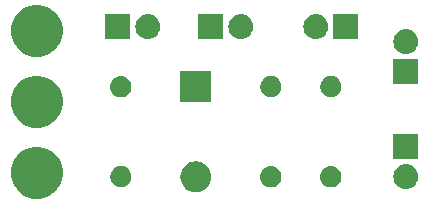
<source format=gbr>
%TF.GenerationSoftware,KiCad,Pcbnew,5.0.1-33cea8e~68~ubuntu16.04.1*%
%TF.CreationDate,2018-12-14T10:51:57+01:00*%
%TF.ProjectId,EVSE-Car-Simulator,455653452D4361722D53696D756C6174,rev?*%
%TF.SameCoordinates,Original*%
%TF.FileFunction,Soldermask,Bot*%
%TF.FilePolarity,Negative*%
%FSLAX46Y46*%
G04 Gerber Fmt 4.6, Leading zero omitted, Abs format (unit mm)*
G04 Created by KiCad (PCBNEW 5.0.1-33cea8e~68~ubuntu16.04.1) date Fr 14 Dez 2018 10:51:57 CET*
%MOMM*%
%LPD*%
G01*
G04 APERTURE LIST*
%ADD10C,0.100000*%
G04 APERTURE END LIST*
D10*
G36*
X128149716Y-106754544D02*
X128550090Y-106920384D01*
X128910421Y-107161150D01*
X129216850Y-107467579D01*
X129457616Y-107827910D01*
X129623456Y-108228284D01*
X129708000Y-108653317D01*
X129708000Y-109086683D01*
X129623456Y-109511716D01*
X129457616Y-109912090D01*
X129216850Y-110272421D01*
X128910421Y-110578850D01*
X128550090Y-110819616D01*
X128149716Y-110985456D01*
X127724683Y-111070000D01*
X127291317Y-111070000D01*
X126866284Y-110985456D01*
X126465910Y-110819616D01*
X126105579Y-110578850D01*
X125799150Y-110272421D01*
X125558384Y-109912090D01*
X125392544Y-109511716D01*
X125308000Y-109086683D01*
X125308000Y-108653317D01*
X125392544Y-108228284D01*
X125558384Y-107827910D01*
X125799150Y-107467579D01*
X126105579Y-107161150D01*
X126465910Y-106920384D01*
X126866284Y-106754544D01*
X127291317Y-106670000D01*
X127724683Y-106670000D01*
X128149716Y-106754544D01*
X128149716Y-106754544D01*
G37*
G36*
X141224845Y-107938810D02*
X141469896Y-108013145D01*
X141695736Y-108133860D01*
X141893687Y-108296313D01*
X142056140Y-108494264D01*
X142176855Y-108720104D01*
X142251190Y-108965155D01*
X142276290Y-109220000D01*
X142251190Y-109474845D01*
X142176855Y-109719896D01*
X142056140Y-109945736D01*
X141893687Y-110143687D01*
X141695736Y-110306140D01*
X141469896Y-110426855D01*
X141224845Y-110501190D01*
X141033864Y-110520000D01*
X140906136Y-110520000D01*
X140715155Y-110501190D01*
X140470104Y-110426855D01*
X140244264Y-110306140D01*
X140046313Y-110143687D01*
X139883860Y-109945736D01*
X139763145Y-109719896D01*
X139688810Y-109474845D01*
X139663710Y-109220000D01*
X139688810Y-108965155D01*
X139763145Y-108720104D01*
X139883860Y-108494264D01*
X140046313Y-108296313D01*
X140244264Y-108133860D01*
X140470104Y-108013145D01*
X140715155Y-107938810D01*
X140906136Y-107920000D01*
X141033864Y-107920000D01*
X141224845Y-107938810D01*
X141224845Y-107938810D01*
G37*
G36*
X158878707Y-108177597D02*
X158955836Y-108185193D01*
X159087787Y-108225220D01*
X159153763Y-108245233D01*
X159336172Y-108342733D01*
X159496054Y-108473946D01*
X159627267Y-108633828D01*
X159724767Y-108816237D01*
X159724767Y-108816238D01*
X159784807Y-109014164D01*
X159805080Y-109220000D01*
X159784807Y-109425836D01*
X159744780Y-109557787D01*
X159724767Y-109623763D01*
X159627267Y-109806172D01*
X159496054Y-109966054D01*
X159336172Y-110097267D01*
X159153763Y-110194767D01*
X159087787Y-110214780D01*
X158955836Y-110254807D01*
X158878707Y-110262404D01*
X158801580Y-110270000D01*
X158698420Y-110270000D01*
X158621293Y-110262404D01*
X158544164Y-110254807D01*
X158412213Y-110214780D01*
X158346237Y-110194767D01*
X158163828Y-110097267D01*
X158003946Y-109966054D01*
X157872733Y-109806172D01*
X157775233Y-109623763D01*
X157755220Y-109557787D01*
X157715193Y-109425836D01*
X157694920Y-109220000D01*
X157715193Y-109014164D01*
X157775233Y-108816238D01*
X157775233Y-108816237D01*
X157872733Y-108633828D01*
X158003946Y-108473946D01*
X158163828Y-108342733D01*
X158346237Y-108245233D01*
X158412213Y-108225220D01*
X158544164Y-108185193D01*
X158621293Y-108177597D01*
X158698420Y-108170000D01*
X158801580Y-108170000D01*
X158878707Y-108177597D01*
X158878707Y-108177597D01*
G37*
G36*
X152576432Y-108333022D02*
X152746081Y-108384485D01*
X152902433Y-108468056D01*
X153039475Y-108580525D01*
X153151944Y-108717567D01*
X153235515Y-108873919D01*
X153286978Y-109043568D01*
X153304354Y-109220000D01*
X153286978Y-109396432D01*
X153235515Y-109566081D01*
X153151944Y-109722433D01*
X153039475Y-109859475D01*
X152902433Y-109971944D01*
X152746081Y-110055515D01*
X152576432Y-110106978D01*
X152444211Y-110120000D01*
X152355789Y-110120000D01*
X152223568Y-110106978D01*
X152053919Y-110055515D01*
X151897567Y-109971944D01*
X151760525Y-109859475D01*
X151648056Y-109722433D01*
X151564485Y-109566081D01*
X151513022Y-109396432D01*
X151495646Y-109220000D01*
X151513022Y-109043568D01*
X151564485Y-108873919D01*
X151648056Y-108717567D01*
X151760525Y-108580525D01*
X151897567Y-108468056D01*
X152053919Y-108384485D01*
X152223568Y-108333022D01*
X152355789Y-108320000D01*
X152444211Y-108320000D01*
X152576432Y-108333022D01*
X152576432Y-108333022D01*
G37*
G36*
X147496432Y-108333022D02*
X147666081Y-108384485D01*
X147822433Y-108468056D01*
X147959475Y-108580525D01*
X148071944Y-108717567D01*
X148155515Y-108873919D01*
X148206978Y-109043568D01*
X148224354Y-109220000D01*
X148206978Y-109396432D01*
X148155515Y-109566081D01*
X148071944Y-109722433D01*
X147959475Y-109859475D01*
X147822433Y-109971944D01*
X147666081Y-110055515D01*
X147496432Y-110106978D01*
X147364211Y-110120000D01*
X147275789Y-110120000D01*
X147143568Y-110106978D01*
X146973919Y-110055515D01*
X146817567Y-109971944D01*
X146680525Y-109859475D01*
X146568056Y-109722433D01*
X146484485Y-109566081D01*
X146433022Y-109396432D01*
X146415646Y-109220000D01*
X146433022Y-109043568D01*
X146484485Y-108873919D01*
X146568056Y-108717567D01*
X146680525Y-108580525D01*
X146817567Y-108468056D01*
X146973919Y-108384485D01*
X147143568Y-108333022D01*
X147275789Y-108320000D01*
X147364211Y-108320000D01*
X147496432Y-108333022D01*
X147496432Y-108333022D01*
G37*
G36*
X134882521Y-108354586D02*
X135046309Y-108422429D01*
X135193720Y-108520926D01*
X135319074Y-108646280D01*
X135417571Y-108793691D01*
X135485414Y-108957479D01*
X135520000Y-109131356D01*
X135520000Y-109308644D01*
X135485414Y-109482521D01*
X135417571Y-109646309D01*
X135319074Y-109793720D01*
X135193720Y-109919074D01*
X135046309Y-110017571D01*
X134882521Y-110085414D01*
X134708644Y-110120000D01*
X134531356Y-110120000D01*
X134357479Y-110085414D01*
X134193691Y-110017571D01*
X134046280Y-109919074D01*
X133920926Y-109793720D01*
X133822429Y-109646309D01*
X133754586Y-109482521D01*
X133720000Y-109308644D01*
X133720000Y-109131356D01*
X133754586Y-108957479D01*
X133822429Y-108793691D01*
X133920926Y-108646280D01*
X134046280Y-108520926D01*
X134193691Y-108422429D01*
X134357479Y-108354586D01*
X134531356Y-108320000D01*
X134708644Y-108320000D01*
X134882521Y-108354586D01*
X134882521Y-108354586D01*
G37*
G36*
X159800000Y-107730000D02*
X157700000Y-107730000D01*
X157700000Y-105630000D01*
X159800000Y-105630000D01*
X159800000Y-107730000D01*
X159800000Y-107730000D01*
G37*
G36*
X128149716Y-100754544D02*
X128550090Y-100920384D01*
X128910421Y-101161150D01*
X129216850Y-101467579D01*
X129457616Y-101827910D01*
X129623456Y-102228284D01*
X129708000Y-102653317D01*
X129708000Y-103086683D01*
X129623456Y-103511716D01*
X129457616Y-103912090D01*
X129216850Y-104272421D01*
X128910421Y-104578850D01*
X128550090Y-104819616D01*
X128149716Y-104985456D01*
X127724683Y-105070000D01*
X127291317Y-105070000D01*
X126866284Y-104985456D01*
X126465910Y-104819616D01*
X126105579Y-104578850D01*
X125799150Y-104272421D01*
X125558384Y-103912090D01*
X125392544Y-103511716D01*
X125308000Y-103086683D01*
X125308000Y-102653317D01*
X125392544Y-102228284D01*
X125558384Y-101827910D01*
X125799150Y-101467579D01*
X126105579Y-101161150D01*
X126465910Y-100920384D01*
X126866284Y-100754544D01*
X127291317Y-100670000D01*
X127724683Y-100670000D01*
X128149716Y-100754544D01*
X128149716Y-100754544D01*
G37*
G36*
X142270000Y-102900000D02*
X139670000Y-102900000D01*
X139670000Y-100300000D01*
X142270000Y-100300000D01*
X142270000Y-102900000D01*
X142270000Y-102900000D01*
G37*
G36*
X152662521Y-100734586D02*
X152826309Y-100802429D01*
X152973720Y-100900926D01*
X153099074Y-101026280D01*
X153197571Y-101173691D01*
X153265414Y-101337479D01*
X153300000Y-101511356D01*
X153300000Y-101688644D01*
X153265414Y-101862521D01*
X153197571Y-102026309D01*
X153099074Y-102173720D01*
X152973720Y-102299074D01*
X152826309Y-102397571D01*
X152662521Y-102465414D01*
X152488644Y-102500000D01*
X152311356Y-102500000D01*
X152137479Y-102465414D01*
X151973691Y-102397571D01*
X151826280Y-102299074D01*
X151700926Y-102173720D01*
X151602429Y-102026309D01*
X151534586Y-101862521D01*
X151500000Y-101688644D01*
X151500000Y-101511356D01*
X151534586Y-101337479D01*
X151602429Y-101173691D01*
X151700926Y-101026280D01*
X151826280Y-100900926D01*
X151973691Y-100802429D01*
X152137479Y-100734586D01*
X152311356Y-100700000D01*
X152488644Y-100700000D01*
X152662521Y-100734586D01*
X152662521Y-100734586D01*
G37*
G36*
X134796432Y-100713022D02*
X134966081Y-100764485D01*
X135122433Y-100848056D01*
X135259475Y-100960525D01*
X135371944Y-101097567D01*
X135455515Y-101253919D01*
X135506978Y-101423568D01*
X135524354Y-101600000D01*
X135506978Y-101776432D01*
X135455515Y-101946081D01*
X135371944Y-102102433D01*
X135259475Y-102239475D01*
X135122433Y-102351944D01*
X134966081Y-102435515D01*
X134796432Y-102486978D01*
X134664211Y-102500000D01*
X134575789Y-102500000D01*
X134443568Y-102486978D01*
X134273919Y-102435515D01*
X134117567Y-102351944D01*
X133980525Y-102239475D01*
X133868056Y-102102433D01*
X133784485Y-101946081D01*
X133733022Y-101776432D01*
X133715646Y-101600000D01*
X133733022Y-101423568D01*
X133784485Y-101253919D01*
X133868056Y-101097567D01*
X133980525Y-100960525D01*
X134117567Y-100848056D01*
X134273919Y-100764485D01*
X134443568Y-100713022D01*
X134575789Y-100700000D01*
X134664211Y-100700000D01*
X134796432Y-100713022D01*
X134796432Y-100713022D01*
G37*
G36*
X147582521Y-100734586D02*
X147746309Y-100802429D01*
X147893720Y-100900926D01*
X148019074Y-101026280D01*
X148117571Y-101173691D01*
X148185414Y-101337479D01*
X148220000Y-101511356D01*
X148220000Y-101688644D01*
X148185414Y-101862521D01*
X148117571Y-102026309D01*
X148019074Y-102173720D01*
X147893720Y-102299074D01*
X147746309Y-102397571D01*
X147582521Y-102465414D01*
X147408644Y-102500000D01*
X147231356Y-102500000D01*
X147057479Y-102465414D01*
X146893691Y-102397571D01*
X146746280Y-102299074D01*
X146620926Y-102173720D01*
X146522429Y-102026309D01*
X146454586Y-101862521D01*
X146420000Y-101688644D01*
X146420000Y-101511356D01*
X146454586Y-101337479D01*
X146522429Y-101173691D01*
X146620926Y-101026280D01*
X146746280Y-100900926D01*
X146893691Y-100802429D01*
X147057479Y-100734586D01*
X147231356Y-100700000D01*
X147408644Y-100700000D01*
X147582521Y-100734586D01*
X147582521Y-100734586D01*
G37*
G36*
X159800000Y-101380000D02*
X157700000Y-101380000D01*
X157700000Y-99280000D01*
X159800000Y-99280000D01*
X159800000Y-101380000D01*
X159800000Y-101380000D01*
G37*
G36*
X128149716Y-94754544D02*
X128550090Y-94920384D01*
X128910421Y-95161150D01*
X129216850Y-95467579D01*
X129457616Y-95827910D01*
X129623456Y-96228284D01*
X129708000Y-96653317D01*
X129708000Y-97086683D01*
X129623456Y-97511716D01*
X129457616Y-97912090D01*
X129216850Y-98272421D01*
X128910421Y-98578850D01*
X128550090Y-98819616D01*
X128149716Y-98985456D01*
X127724683Y-99070000D01*
X127291317Y-99070000D01*
X126866284Y-98985456D01*
X126465910Y-98819616D01*
X126105579Y-98578850D01*
X125799150Y-98272421D01*
X125558384Y-97912090D01*
X125392544Y-97511716D01*
X125308000Y-97086683D01*
X125308000Y-96653317D01*
X125392544Y-96228284D01*
X125558384Y-95827910D01*
X125799150Y-95467579D01*
X126105579Y-95161150D01*
X126465910Y-94920384D01*
X126866284Y-94754544D01*
X127291317Y-94670000D01*
X127724683Y-94670000D01*
X128149716Y-94754544D01*
X128149716Y-94754544D01*
G37*
G36*
X158878707Y-96747596D02*
X158955836Y-96755193D01*
X159087787Y-96795220D01*
X159153763Y-96815233D01*
X159336172Y-96912733D01*
X159496054Y-97043946D01*
X159627267Y-97203828D01*
X159724767Y-97386237D01*
X159724767Y-97386238D01*
X159784807Y-97584164D01*
X159805080Y-97790000D01*
X159784807Y-97995836D01*
X159744780Y-98127787D01*
X159724767Y-98193763D01*
X159627267Y-98376172D01*
X159496054Y-98536054D01*
X159336172Y-98667267D01*
X159153763Y-98764767D01*
X159087787Y-98784780D01*
X158955836Y-98824807D01*
X158878707Y-98832403D01*
X158801580Y-98840000D01*
X158698420Y-98840000D01*
X158621293Y-98832403D01*
X158544164Y-98824807D01*
X158412213Y-98784780D01*
X158346237Y-98764767D01*
X158163828Y-98667267D01*
X158003946Y-98536054D01*
X157872733Y-98376172D01*
X157775233Y-98193763D01*
X157755220Y-98127787D01*
X157715193Y-97995836D01*
X157694920Y-97790000D01*
X157715193Y-97584164D01*
X157775233Y-97386238D01*
X157775233Y-97386237D01*
X157872733Y-97203828D01*
X158003946Y-97043946D01*
X158163828Y-96912733D01*
X158346237Y-96815233D01*
X158412213Y-96795220D01*
X158544164Y-96755193D01*
X158621293Y-96747596D01*
X158698420Y-96740000D01*
X158801580Y-96740000D01*
X158878707Y-96747596D01*
X158878707Y-96747596D01*
G37*
G36*
X154720000Y-97570000D02*
X152620000Y-97570000D01*
X152620000Y-95470000D01*
X154720000Y-95470000D01*
X154720000Y-97570000D01*
X154720000Y-97570000D01*
G37*
G36*
X151258707Y-95477597D02*
X151335836Y-95485193D01*
X151467787Y-95525220D01*
X151533763Y-95545233D01*
X151716172Y-95642733D01*
X151876054Y-95773946D01*
X152007267Y-95933828D01*
X152104767Y-96116237D01*
X152104767Y-96116238D01*
X152164807Y-96314164D01*
X152185080Y-96520000D01*
X152164807Y-96725836D01*
X152137689Y-96815233D01*
X152104767Y-96923763D01*
X152007267Y-97106172D01*
X151876054Y-97266054D01*
X151716172Y-97397267D01*
X151533763Y-97494767D01*
X151467787Y-97514780D01*
X151335836Y-97554807D01*
X151258707Y-97562403D01*
X151181580Y-97570000D01*
X151078420Y-97570000D01*
X151001293Y-97562403D01*
X150924164Y-97554807D01*
X150792213Y-97514780D01*
X150726237Y-97494767D01*
X150543828Y-97397267D01*
X150383946Y-97266054D01*
X150252733Y-97106172D01*
X150155233Y-96923763D01*
X150122311Y-96815233D01*
X150095193Y-96725836D01*
X150074920Y-96520000D01*
X150095193Y-96314164D01*
X150155233Y-96116238D01*
X150155233Y-96116237D01*
X150252733Y-95933828D01*
X150383946Y-95773946D01*
X150543828Y-95642733D01*
X150726237Y-95545233D01*
X150792213Y-95525220D01*
X150924164Y-95485193D01*
X151001293Y-95477597D01*
X151078420Y-95470000D01*
X151181580Y-95470000D01*
X151258707Y-95477597D01*
X151258707Y-95477597D01*
G37*
G36*
X135416000Y-97570000D02*
X133316000Y-97570000D01*
X133316000Y-95470000D01*
X135416000Y-95470000D01*
X135416000Y-97570000D01*
X135416000Y-97570000D01*
G37*
G36*
X144908707Y-95477597D02*
X144985836Y-95485193D01*
X145117787Y-95525220D01*
X145183763Y-95545233D01*
X145366172Y-95642733D01*
X145526054Y-95773946D01*
X145657267Y-95933828D01*
X145754767Y-96116237D01*
X145754767Y-96116238D01*
X145814807Y-96314164D01*
X145835080Y-96520000D01*
X145814807Y-96725836D01*
X145787689Y-96815233D01*
X145754767Y-96923763D01*
X145657267Y-97106172D01*
X145526054Y-97266054D01*
X145366172Y-97397267D01*
X145183763Y-97494767D01*
X145117787Y-97514780D01*
X144985836Y-97554807D01*
X144908707Y-97562403D01*
X144831580Y-97570000D01*
X144728420Y-97570000D01*
X144651293Y-97562403D01*
X144574164Y-97554807D01*
X144442213Y-97514780D01*
X144376237Y-97494767D01*
X144193828Y-97397267D01*
X144033946Y-97266054D01*
X143902733Y-97106172D01*
X143805233Y-96923763D01*
X143772311Y-96815233D01*
X143745193Y-96725836D01*
X143724920Y-96520000D01*
X143745193Y-96314164D01*
X143805233Y-96116238D01*
X143805233Y-96116237D01*
X143902733Y-95933828D01*
X144033946Y-95773946D01*
X144193828Y-95642733D01*
X144376237Y-95545233D01*
X144442213Y-95525220D01*
X144574164Y-95485193D01*
X144651293Y-95477597D01*
X144728420Y-95470000D01*
X144831580Y-95470000D01*
X144908707Y-95477597D01*
X144908707Y-95477597D01*
G37*
G36*
X143290000Y-97570000D02*
X141190000Y-97570000D01*
X141190000Y-95470000D01*
X143290000Y-95470000D01*
X143290000Y-97570000D01*
X143290000Y-97570000D01*
G37*
G36*
X137034707Y-95477597D02*
X137111836Y-95485193D01*
X137243787Y-95525220D01*
X137309763Y-95545233D01*
X137492172Y-95642733D01*
X137652054Y-95773946D01*
X137783267Y-95933828D01*
X137880767Y-96116237D01*
X137880767Y-96116238D01*
X137940807Y-96314164D01*
X137961080Y-96520000D01*
X137940807Y-96725836D01*
X137913689Y-96815233D01*
X137880767Y-96923763D01*
X137783267Y-97106172D01*
X137652054Y-97266054D01*
X137492172Y-97397267D01*
X137309763Y-97494767D01*
X137243787Y-97514780D01*
X137111836Y-97554807D01*
X137034707Y-97562403D01*
X136957580Y-97570000D01*
X136854420Y-97570000D01*
X136777293Y-97562403D01*
X136700164Y-97554807D01*
X136568213Y-97514780D01*
X136502237Y-97494767D01*
X136319828Y-97397267D01*
X136159946Y-97266054D01*
X136028733Y-97106172D01*
X135931233Y-96923763D01*
X135898311Y-96815233D01*
X135871193Y-96725836D01*
X135850920Y-96520000D01*
X135871193Y-96314164D01*
X135931233Y-96116238D01*
X135931233Y-96116237D01*
X136028733Y-95933828D01*
X136159946Y-95773946D01*
X136319828Y-95642733D01*
X136502237Y-95545233D01*
X136568213Y-95525220D01*
X136700164Y-95485193D01*
X136777293Y-95477597D01*
X136854420Y-95470000D01*
X136957580Y-95470000D01*
X137034707Y-95477597D01*
X137034707Y-95477597D01*
G37*
M02*

</source>
